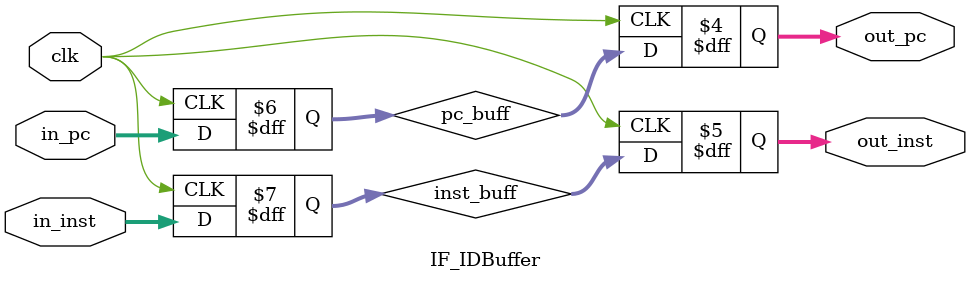
<source format=v>
`timescale 1ns / 1ps

module IF_IDBuffer(
    input clk,

    input [31:0] in_pc,
    input [31:0] in_inst,

    output reg [31:0] out_pc,
    output reg [31:0] out_inst
    );

    reg [31:0] pc_buff;
    reg [31:0] inst_buff;

    initial begin
        out_pc = 0;
        out_inst = 0;    
    end

    always@(posedge clk) begin
        pc_buff = in_pc;
        inst_buff = in_inst;
    end

    always@(negedge clk) begin
        out_pc = pc_buff;
        out_inst = inst_buff;
    end

endmodule

</source>
